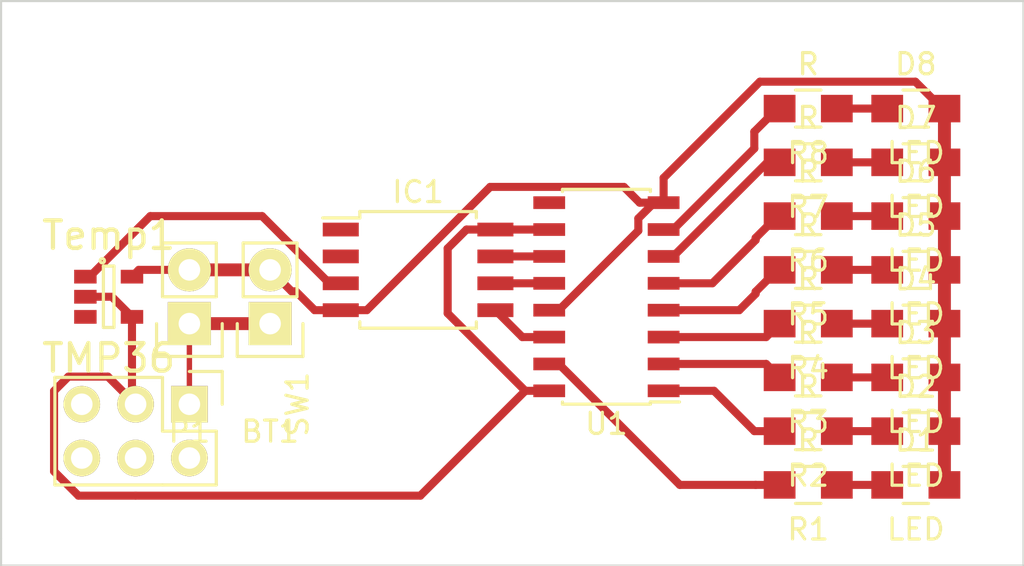
<source format=kicad_pcb>
(kicad_pcb (version 4) (host pcbnew "(2015-12-07 BZR 6352)-product")

  (general
    (links 40)
    (no_connects 0)
    (area -0.050001 -26.720001 48.310001 0.050001)
    (thickness 1.6)
    (drawings 5)
    (tracks 112)
    (zones 0)
    (modules 22)
    (nets 30)
  )

  (page A4)
  (layers
    (0 F.Cu signal)
    (31 B.Cu signal)
    (32 B.Adhes user)
    (33 F.Adhes user)
    (34 B.Paste user)
    (35 F.Paste user)
    (36 B.SilkS user)
    (37 F.SilkS user)
    (38 B.Mask user)
    (39 F.Mask user)
    (40 Dwgs.User user)
    (41 Cmts.User user)
    (42 Eco1.User user)
    (43 Eco2.User user)
    (44 Edge.Cuts user)
    (45 Margin user)
    (46 B.CrtYd user)
    (47 F.CrtYd user)
    (48 B.Fab user)
    (49 F.Fab user)
  )

  (setup
    (last_trace_width 0.381)
    (user_trace_width 0.2032)
    (user_trace_width 0.3048)
    (user_trace_width 0.381)
    (user_trace_width 0.6096)
    (user_trace_width 1.27)
    (user_trace_width 2.54)
    (trace_clearance 0.254)
    (zone_clearance 0.508)
    (zone_45_only no)
    (trace_min 0)
    (segment_width 0.2)
    (edge_width 0.1)
    (via_size 0.889)
    (via_drill 0.635)
    (via_min_size 0.889)
    (via_min_drill 0.508)
    (uvia_size 0.508)
    (uvia_drill 0.127)
    (uvias_allowed no)
    (uvia_min_size 0.508)
    (uvia_min_drill 0.127)
    (pcb_text_width 0.3)
    (pcb_text_size 1.5 1.5)
    (mod_edge_width 0.15)
    (mod_text_size 1 1)
    (mod_text_width 0.15)
    (pad_size 1.5 1.5)
    (pad_drill 0.6)
    (pad_to_mask_clearance 0)
    (aux_axis_origin 0 0)
    (grid_origin 24.13 -7.112)
    (visible_elements FFFFFF7F)
    (pcbplotparams
      (layerselection 0x01000_00000001)
      (usegerberextensions false)
      (excludeedgelayer true)
      (linewidth 0.100000)
      (plotframeref false)
      (viasonmask false)
      (mode 1)
      (useauxorigin false)
      (hpglpennumber 1)
      (hpglpenspeed 20)
      (hpglpendiameter 15)
      (hpglpenoverlay 2)
      (psnegative false)
      (psa4output false)
      (plotreference false)
      (plotvalue false)
      (plotinvisibletext false)
      (padsonsilk false)
      (subtractmaskfromsilk false)
      (outputformat 1)
      (mirror false)
      (drillshape 0)
      (scaleselection 1)
      (outputdirectory ""))
  )

  (net 0 "")
  (net 1 GND)
  (net 2 VCC)
  (net 3 "Net-(IC1-Pad1)")
  (net 4 "Net-(IC1-Pad2)")
  (net 5 "Net-(IC1-Pad3)")
  (net 6 "Net-(IC1-Pad5)")
  (net 7 "Net-(IC1-Pad6)")
  (net 8 "Net-(IC1-Pad7)")
  (net 9 "Net-(R1-Pad2)")
  (net 10 "Net-(R2-Pad2)")
  (net 11 "Net-(R3-Pad2)")
  (net 12 "Net-(R4-Pad2)")
  (net 13 "Net-(R5-Pad2)")
  (net 14 "Net-(R6-Pad2)")
  (net 15 "Net-(R7-Pad2)")
  (net 16 "Net-(U1-Pad9)")
  (net 17 "Net-(D1-Pad1)")
  (net 18 "Net-(D2-Pad1)")
  (net 19 "Net-(D3-Pad1)")
  (net 20 "Net-(D4-Pad1)")
  (net 21 "Net-(D5-Pad1)")
  (net 22 "Net-(D6-Pad1)")
  (net 23 "Net-(D7-Pad1)")
  (net 24 "Net-(D8-Pad1)")
  (net 25 "Net-(R8-Pad2)")
  (net 26 "Net-(Temp1-Pad3)")
  (net 27 "Net-(BT1-Pad1)")
  (net 28 "Net-(SW1-Pad4)")
  (net 29 "Net-(SW1-Pad2)")

  (net_class Default "This is the default net class."
    (clearance 0.254)
    (trace_width 0.254)
    (via_dia 0.889)
    (via_drill 0.635)
    (uvia_dia 0.508)
    (uvia_drill 0.127)
    (add_net GND)
    (add_net "Net-(BT1-Pad1)")
    (add_net "Net-(D1-Pad1)")
    (add_net "Net-(D2-Pad1)")
    (add_net "Net-(D3-Pad1)")
    (add_net "Net-(D4-Pad1)")
    (add_net "Net-(D5-Pad1)")
    (add_net "Net-(D6-Pad1)")
    (add_net "Net-(D7-Pad1)")
    (add_net "Net-(D8-Pad1)")
    (add_net "Net-(IC1-Pad1)")
    (add_net "Net-(IC1-Pad2)")
    (add_net "Net-(IC1-Pad3)")
    (add_net "Net-(IC1-Pad5)")
    (add_net "Net-(IC1-Pad6)")
    (add_net "Net-(IC1-Pad7)")
    (add_net "Net-(R1-Pad2)")
    (add_net "Net-(R2-Pad2)")
    (add_net "Net-(R3-Pad2)")
    (add_net "Net-(R4-Pad2)")
    (add_net "Net-(R5-Pad2)")
    (add_net "Net-(R6-Pad2)")
    (add_net "Net-(R7-Pad2)")
    (add_net "Net-(R8-Pad2)")
    (add_net "Net-(SW1-Pad2)")
    (add_net "Net-(SW1-Pad4)")
    (add_net "Net-(Temp1-Pad3)")
    (add_net "Net-(U1-Pad9)")
    (add_net VCC)
  )

  (module Pin_Headers:Pin_Header_Straight_1x02 (layer F.Cu) (tedit 54EA090C) (tstamp 54F92B65)
    (at 8.89 -11.43 180)
    (descr "Through hole pin header")
    (tags "pin header")
    (path /54F92F96)
    (fp_text reference P1 (at 0 -5.1 180) (layer F.SilkS)
      (effects (font (size 1 1) (thickness 0.15)))
    )
    (fp_text value CONN_01X02 (at 0 -3.1 180) (layer F.SilkS) hide
      (effects (font (size 1 1) (thickness 0.15)))
    )
    (fp_line (start 1.27 1.27) (end 1.27 3.81) (layer F.SilkS) (width 0.15))
    (fp_line (start 1.55 -1.55) (end 1.55 0) (layer F.SilkS) (width 0.15))
    (fp_line (start -1.75 -1.75) (end -1.75 4.3) (layer F.CrtYd) (width 0.05))
    (fp_line (start 1.75 -1.75) (end 1.75 4.3) (layer F.CrtYd) (width 0.05))
    (fp_line (start -1.75 -1.75) (end 1.75 -1.75) (layer F.CrtYd) (width 0.05))
    (fp_line (start -1.75 4.3) (end 1.75 4.3) (layer F.CrtYd) (width 0.05))
    (fp_line (start 1.27 1.27) (end -1.27 1.27) (layer F.SilkS) (width 0.15))
    (fp_line (start -1.55 0) (end -1.55 -1.55) (layer F.SilkS) (width 0.15))
    (fp_line (start -1.55 -1.55) (end 1.55 -1.55) (layer F.SilkS) (width 0.15))
    (fp_line (start -1.27 1.27) (end -1.27 3.81) (layer F.SilkS) (width 0.15))
    (fp_line (start -1.27 3.81) (end 1.27 3.81) (layer F.SilkS) (width 0.15))
    (pad 1 thru_hole rect (at 0 0 180) (size 2.032 2.032) (drill 1.016) (layers *.Cu *.Mask F.SilkS)
      (net 27 "Net-(BT1-Pad1)"))
    (pad 2 thru_hole oval (at 0 2.54 180) (size 2.032 2.032) (drill 1.016) (layers *.Cu *.Mask F.SilkS)
      (net 1 GND))
    (model Pin_Headers/Pin_Header_Straight_1x02.wrl
      (at (xyz 0 -0.05 0))
      (scale (xyz 1 1 1))
      (rotate (xyz 0 0 90))
    )
  )

  (module Housings_SOT-23_SOT-143_TSOT-6:SOT-23-5 (layer F.Cu) (tedit 53DE885F) (tstamp 54FE51B4)
    (at 5.08 -12.7)
    (descr "5-pin SOT23 package")
    (tags SOT-23-5)
    (path /54FE92E6)
    (attr smd)
    (fp_text reference Temp1 (at 0 -2.9) (layer F.SilkS)
      (effects (font (size 1.3 1.3) (thickness 0.2)))
    )
    (fp_text value TMP36 (at 0 2.9) (layer F.SilkS)
      (effects (font (size 1.3 1.3) (thickness 0.2)))
    )
    (fp_circle (center -0.3 -1.7) (end -0.2 -1.7) (layer F.SilkS) (width 0.15))
    (fp_line (start 0.25 -1.45) (end -0.25 -1.45) (layer F.SilkS) (width 0.15))
    (fp_line (start 0.25 1.45) (end 0.25 -1.45) (layer F.SilkS) (width 0.15))
    (fp_line (start -0.25 1.45) (end 0.25 1.45) (layer F.SilkS) (width 0.15))
    (fp_line (start -0.25 -1.45) (end -0.25 1.45) (layer F.SilkS) (width 0.15))
    (pad 1 smd rect (at -1.1 -0.95) (size 1.06 0.65) (layers F.Cu F.Paste F.Mask)
      (net 5 "Net-(IC1-Pad3)"))
    (pad 2 smd rect (at -1.1 0) (size 1.06 0.65) (layers F.Cu F.Paste F.Mask)
      (net 2 VCC))
    (pad 3 smd rect (at -1.1 0.95) (size 1.06 0.65) (layers F.Cu F.Paste F.Mask)
      (net 26 "Net-(Temp1-Pad3)"))
    (pad 4 smd rect (at 1.1 0.95) (size 1.06 0.65) (layers F.Cu F.Paste F.Mask)
      (net 2 VCC))
    (pad 5 smd rect (at 1.1 -0.95) (size 1.06 0.65) (layers F.Cu F.Paste F.Mask)
      (net 1 GND))
    (model Housings_SOT-23_SOT-143_TSOT-6/SOT-23-5.wrl
      (at (xyz 0 0 0))
      (scale (xyz 1 1 1))
      (rotate (xyz 0 0 0))
    )
  )

  (module Pin_Headers:Pin_Header_Straight_1x02 (layer F.Cu) (tedit 54EA090C) (tstamp 54FE51FC)
    (at 12.7 -11.43 180)
    (descr "Through hole pin header")
    (tags "pin header")
    (path /54F92275)
    (fp_text reference BT1 (at 0 -5.1 180) (layer F.SilkS)
      (effects (font (size 1 1) (thickness 0.15)))
    )
    (fp_text value BATTERY (at 0 -3.1 180) (layer F.SilkS) hide
      (effects (font (size 1 1) (thickness 0.15)))
    )
    (fp_line (start 1.27 1.27) (end 1.27 3.81) (layer F.SilkS) (width 0.15))
    (fp_line (start 1.55 -1.55) (end 1.55 0) (layer F.SilkS) (width 0.15))
    (fp_line (start -1.75 -1.75) (end -1.75 4.3) (layer F.CrtYd) (width 0.05))
    (fp_line (start 1.75 -1.75) (end 1.75 4.3) (layer F.CrtYd) (width 0.05))
    (fp_line (start -1.75 -1.75) (end 1.75 -1.75) (layer F.CrtYd) (width 0.05))
    (fp_line (start -1.75 4.3) (end 1.75 4.3) (layer F.CrtYd) (width 0.05))
    (fp_line (start 1.27 1.27) (end -1.27 1.27) (layer F.SilkS) (width 0.15))
    (fp_line (start -1.55 0) (end -1.55 -1.55) (layer F.SilkS) (width 0.15))
    (fp_line (start -1.55 -1.55) (end 1.55 -1.55) (layer F.SilkS) (width 0.15))
    (fp_line (start -1.27 1.27) (end -1.27 3.81) (layer F.SilkS) (width 0.15))
    (fp_line (start -1.27 3.81) (end 1.27 3.81) (layer F.SilkS) (width 0.15))
    (pad 1 thru_hole rect (at 0 0 180) (size 2.032 2.032) (drill 1.016) (layers *.Cu *.Mask F.SilkS)
      (net 27 "Net-(BT1-Pad1)"))
    (pad 2 thru_hole oval (at 0 2.54 180) (size 2.032 2.032) (drill 1.016) (layers *.Cu *.Mask F.SilkS)
      (net 1 GND))
    (model Pin_Headers/Pin_Header_Straight_1x02.wrl
      (at (xyz 0 -0.05 0))
      (scale (xyz 1 1 1))
      (rotate (xyz 0 0 90))
    )
  )

  (module Resistors_SMD:R_0805_HandSoldering (layer F.Cu) (tedit 54189DEE) (tstamp 54FFA7D5)
    (at 43.18 -3.81)
    (descr "Resistor SMD 0805, hand soldering")
    (tags "resistor 0805")
    (path /54FE575E)
    (attr smd)
    (fp_text reference D1 (at 0 -2.1) (layer F.SilkS)
      (effects (font (size 1 1) (thickness 0.15)))
    )
    (fp_text value LED (at 0 2.1) (layer F.SilkS)
      (effects (font (size 1 1) (thickness 0.15)))
    )
    (fp_line (start -2.4 -1) (end 2.4 -1) (layer F.CrtYd) (width 0.05))
    (fp_line (start -2.4 1) (end 2.4 1) (layer F.CrtYd) (width 0.05))
    (fp_line (start -2.4 -1) (end -2.4 1) (layer F.CrtYd) (width 0.05))
    (fp_line (start 2.4 -1) (end 2.4 1) (layer F.CrtYd) (width 0.05))
    (fp_line (start 0.6 0.875) (end -0.6 0.875) (layer F.SilkS) (width 0.15))
    (fp_line (start -0.6 -0.875) (end 0.6 -0.875) (layer F.SilkS) (width 0.15))
    (pad 1 smd rect (at -1.35 0) (size 1.5 1.3) (layers F.Cu F.Paste F.Mask)
      (net 17 "Net-(D1-Pad1)"))
    (pad 2 smd rect (at 1.35 0) (size 1.5 1.3) (layers F.Cu F.Paste F.Mask)
      (net 1 GND))
    (model Resistors_SMD/R_0805_HandSoldering.wrl
      (at (xyz 0 0 0))
      (scale (xyz 1 1 1))
      (rotate (xyz 0 0 0))
    )
  )

  (module Resistors_SMD:R_0805_HandSoldering (layer F.Cu) (tedit 54189DEE) (tstamp 54FFA7CE)
    (at 43.18 -6.35)
    (descr "Resistor SMD 0805, hand soldering")
    (tags "resistor 0805")
    (path /54FE57DB)
    (attr smd)
    (fp_text reference D2 (at 0 -2.1) (layer F.SilkS)
      (effects (font (size 1 1) (thickness 0.15)))
    )
    (fp_text value LED (at 0 2.1) (layer F.SilkS)
      (effects (font (size 1 1) (thickness 0.15)))
    )
    (fp_line (start -2.4 -1) (end 2.4 -1) (layer F.CrtYd) (width 0.05))
    (fp_line (start -2.4 1) (end 2.4 1) (layer F.CrtYd) (width 0.05))
    (fp_line (start -2.4 -1) (end -2.4 1) (layer F.CrtYd) (width 0.05))
    (fp_line (start 2.4 -1) (end 2.4 1) (layer F.CrtYd) (width 0.05))
    (fp_line (start 0.6 0.875) (end -0.6 0.875) (layer F.SilkS) (width 0.15))
    (fp_line (start -0.6 -0.875) (end 0.6 -0.875) (layer F.SilkS) (width 0.15))
    (pad 1 smd rect (at -1.35 0) (size 1.5 1.3) (layers F.Cu F.Paste F.Mask)
      (net 18 "Net-(D2-Pad1)"))
    (pad 2 smd rect (at 1.35 0) (size 1.5 1.3) (layers F.Cu F.Paste F.Mask)
      (net 1 GND))
    (model Resistors_SMD/R_0805_HandSoldering.wrl
      (at (xyz 0 0 0))
      (scale (xyz 1 1 1))
      (rotate (xyz 0 0 0))
    )
  )

  (module Resistors_SMD:R_0805_HandSoldering (layer F.Cu) (tedit 54189DEE) (tstamp 54FFA7C7)
    (at 43.18 -8.89)
    (descr "Resistor SMD 0805, hand soldering")
    (tags "resistor 0805")
    (path /54FE580F)
    (attr smd)
    (fp_text reference D3 (at 0 -2.1) (layer F.SilkS)
      (effects (font (size 1 1) (thickness 0.15)))
    )
    (fp_text value LED (at 0 2.1) (layer F.SilkS)
      (effects (font (size 1 1) (thickness 0.15)))
    )
    (fp_line (start -2.4 -1) (end 2.4 -1) (layer F.CrtYd) (width 0.05))
    (fp_line (start -2.4 1) (end 2.4 1) (layer F.CrtYd) (width 0.05))
    (fp_line (start -2.4 -1) (end -2.4 1) (layer F.CrtYd) (width 0.05))
    (fp_line (start 2.4 -1) (end 2.4 1) (layer F.CrtYd) (width 0.05))
    (fp_line (start 0.6 0.875) (end -0.6 0.875) (layer F.SilkS) (width 0.15))
    (fp_line (start -0.6 -0.875) (end 0.6 -0.875) (layer F.SilkS) (width 0.15))
    (pad 1 smd rect (at -1.35 0) (size 1.5 1.3) (layers F.Cu F.Paste F.Mask)
      (net 19 "Net-(D3-Pad1)"))
    (pad 2 smd rect (at 1.35 0) (size 1.5 1.3) (layers F.Cu F.Paste F.Mask)
      (net 1 GND))
    (model Resistors_SMD/R_0805_HandSoldering.wrl
      (at (xyz 0 0 0))
      (scale (xyz 1 1 1))
      (rotate (xyz 0 0 0))
    )
  )

  (module Resistors_SMD:R_0805_HandSoldering (layer F.Cu) (tedit 54189DEE) (tstamp 54FFA7C0)
    (at 43.18 -11.43)
    (descr "Resistor SMD 0805, hand soldering")
    (tags "resistor 0805")
    (path /54FE5875)
    (attr smd)
    (fp_text reference D4 (at 0 -2.1) (layer F.SilkS)
      (effects (font (size 1 1) (thickness 0.15)))
    )
    (fp_text value LED (at 0 2.1) (layer F.SilkS)
      (effects (font (size 1 1) (thickness 0.15)))
    )
    (fp_line (start -2.4 -1) (end 2.4 -1) (layer F.CrtYd) (width 0.05))
    (fp_line (start -2.4 1) (end 2.4 1) (layer F.CrtYd) (width 0.05))
    (fp_line (start -2.4 -1) (end -2.4 1) (layer F.CrtYd) (width 0.05))
    (fp_line (start 2.4 -1) (end 2.4 1) (layer F.CrtYd) (width 0.05))
    (fp_line (start 0.6 0.875) (end -0.6 0.875) (layer F.SilkS) (width 0.15))
    (fp_line (start -0.6 -0.875) (end 0.6 -0.875) (layer F.SilkS) (width 0.15))
    (pad 1 smd rect (at -1.35 0) (size 1.5 1.3) (layers F.Cu F.Paste F.Mask)
      (net 20 "Net-(D4-Pad1)"))
    (pad 2 smd rect (at 1.35 0) (size 1.5 1.3) (layers F.Cu F.Paste F.Mask)
      (net 1 GND))
    (model Resistors_SMD/R_0805_HandSoldering.wrl
      (at (xyz 0 0 0))
      (scale (xyz 1 1 1))
      (rotate (xyz 0 0 0))
    )
  )

  (module Resistors_SMD:R_0805_HandSoldering (layer F.Cu) (tedit 54189DEE) (tstamp 54FFA7B9)
    (at 43.18 -13.97)
    (descr "Resistor SMD 0805, hand soldering")
    (tags "resistor 0805")
    (path /54FE58A9)
    (attr smd)
    (fp_text reference D5 (at 0 -2.1) (layer F.SilkS)
      (effects (font (size 1 1) (thickness 0.15)))
    )
    (fp_text value LED (at 0 2.1) (layer F.SilkS)
      (effects (font (size 1 1) (thickness 0.15)))
    )
    (fp_line (start -2.4 -1) (end 2.4 -1) (layer F.CrtYd) (width 0.05))
    (fp_line (start -2.4 1) (end 2.4 1) (layer F.CrtYd) (width 0.05))
    (fp_line (start -2.4 -1) (end -2.4 1) (layer F.CrtYd) (width 0.05))
    (fp_line (start 2.4 -1) (end 2.4 1) (layer F.CrtYd) (width 0.05))
    (fp_line (start 0.6 0.875) (end -0.6 0.875) (layer F.SilkS) (width 0.15))
    (fp_line (start -0.6 -0.875) (end 0.6 -0.875) (layer F.SilkS) (width 0.15))
    (pad 1 smd rect (at -1.35 0) (size 1.5 1.3) (layers F.Cu F.Paste F.Mask)
      (net 21 "Net-(D5-Pad1)"))
    (pad 2 smd rect (at 1.35 0) (size 1.5 1.3) (layers F.Cu F.Paste F.Mask)
      (net 1 GND))
    (model Resistors_SMD/R_0805_HandSoldering.wrl
      (at (xyz 0 0 0))
      (scale (xyz 1 1 1))
      (rotate (xyz 0 0 0))
    )
  )

  (module Resistors_SMD:R_0805_HandSoldering (layer F.Cu) (tedit 54189DEE) (tstamp 54FFA7B2)
    (at 43.18 -16.51)
    (descr "Resistor SMD 0805, hand soldering")
    (tags "resistor 0805")
    (path /54FE58DF)
    (attr smd)
    (fp_text reference D6 (at 0 -2.1) (layer F.SilkS)
      (effects (font (size 1 1) (thickness 0.15)))
    )
    (fp_text value LED (at 0 2.1) (layer F.SilkS)
      (effects (font (size 1 1) (thickness 0.15)))
    )
    (fp_line (start -2.4 -1) (end 2.4 -1) (layer F.CrtYd) (width 0.05))
    (fp_line (start -2.4 1) (end 2.4 1) (layer F.CrtYd) (width 0.05))
    (fp_line (start -2.4 -1) (end -2.4 1) (layer F.CrtYd) (width 0.05))
    (fp_line (start 2.4 -1) (end 2.4 1) (layer F.CrtYd) (width 0.05))
    (fp_line (start 0.6 0.875) (end -0.6 0.875) (layer F.SilkS) (width 0.15))
    (fp_line (start -0.6 -0.875) (end 0.6 -0.875) (layer F.SilkS) (width 0.15))
    (pad 1 smd rect (at -1.35 0) (size 1.5 1.3) (layers F.Cu F.Paste F.Mask)
      (net 22 "Net-(D6-Pad1)"))
    (pad 2 smd rect (at 1.35 0) (size 1.5 1.3) (layers F.Cu F.Paste F.Mask)
      (net 1 GND))
    (model Resistors_SMD/R_0805_HandSoldering.wrl
      (at (xyz 0 0 0))
      (scale (xyz 1 1 1))
      (rotate (xyz 0 0 0))
    )
  )

  (module Resistors_SMD:R_0805_HandSoldering (layer F.Cu) (tedit 54189DEE) (tstamp 54FFA7AB)
    (at 43.18 -19.05)
    (descr "Resistor SMD 0805, hand soldering")
    (tags "resistor 0805")
    (path /54FE591B)
    (attr smd)
    (fp_text reference D7 (at 0 -2.1) (layer F.SilkS)
      (effects (font (size 1 1) (thickness 0.15)))
    )
    (fp_text value LED (at 0 2.1) (layer F.SilkS)
      (effects (font (size 1 1) (thickness 0.15)))
    )
    (fp_line (start -2.4 -1) (end 2.4 -1) (layer F.CrtYd) (width 0.05))
    (fp_line (start -2.4 1) (end 2.4 1) (layer F.CrtYd) (width 0.05))
    (fp_line (start -2.4 -1) (end -2.4 1) (layer F.CrtYd) (width 0.05))
    (fp_line (start 2.4 -1) (end 2.4 1) (layer F.CrtYd) (width 0.05))
    (fp_line (start 0.6 0.875) (end -0.6 0.875) (layer F.SilkS) (width 0.15))
    (fp_line (start -0.6 -0.875) (end 0.6 -0.875) (layer F.SilkS) (width 0.15))
    (pad 1 smd rect (at -1.35 0) (size 1.5 1.3) (layers F.Cu F.Paste F.Mask)
      (net 23 "Net-(D7-Pad1)"))
    (pad 2 smd rect (at 1.35 0) (size 1.5 1.3) (layers F.Cu F.Paste F.Mask)
      (net 1 GND))
    (model Resistors_SMD/R_0805_HandSoldering.wrl
      (at (xyz 0 0 0))
      (scale (xyz 1 1 1))
      (rotate (xyz 0 0 0))
    )
  )

  (module Resistors_SMD:R_0805_HandSoldering (layer F.Cu) (tedit 54189DEE) (tstamp 54FFA7A4)
    (at 43.18 -21.59)
    (descr "Resistor SMD 0805, hand soldering")
    (tags "resistor 0805")
    (path /54FE5955)
    (attr smd)
    (fp_text reference D8 (at 0 -2.1) (layer F.SilkS)
      (effects (font (size 1 1) (thickness 0.15)))
    )
    (fp_text value LED (at 0 2.1) (layer F.SilkS)
      (effects (font (size 1 1) (thickness 0.15)))
    )
    (fp_line (start -2.4 -1) (end 2.4 -1) (layer F.CrtYd) (width 0.05))
    (fp_line (start -2.4 1) (end 2.4 1) (layer F.CrtYd) (width 0.05))
    (fp_line (start -2.4 -1) (end -2.4 1) (layer F.CrtYd) (width 0.05))
    (fp_line (start 2.4 -1) (end 2.4 1) (layer F.CrtYd) (width 0.05))
    (fp_line (start 0.6 0.875) (end -0.6 0.875) (layer F.SilkS) (width 0.15))
    (fp_line (start -0.6 -0.875) (end 0.6 -0.875) (layer F.SilkS) (width 0.15))
    (pad 1 smd rect (at -1.35 0) (size 1.5 1.3) (layers F.Cu F.Paste F.Mask)
      (net 24 "Net-(D8-Pad1)"))
    (pad 2 smd rect (at 1.35 0) (size 1.5 1.3) (layers F.Cu F.Paste F.Mask)
      (net 1 GND))
    (model Resistors_SMD/R_0805_HandSoldering.wrl
      (at (xyz 0 0 0))
      (scale (xyz 1 1 1))
      (rotate (xyz 0 0 0))
    )
  )

  (module Resistors_SMD:R_0805_HandSoldering (layer F.Cu) (tedit 54189DEE) (tstamp 54FFA79D)
    (at 38.1 -3.81 180)
    (descr "Resistor SMD 0805, hand soldering")
    (tags "resistor 0805")
    (path /54F9325F)
    (attr smd)
    (fp_text reference R1 (at 0 -2.1 180) (layer F.SilkS)
      (effects (font (size 1 1) (thickness 0.15)))
    )
    (fp_text value R (at 0 2.1 180) (layer F.SilkS)
      (effects (font (size 1 1) (thickness 0.15)))
    )
    (fp_line (start -2.4 -1) (end 2.4 -1) (layer F.CrtYd) (width 0.05))
    (fp_line (start -2.4 1) (end 2.4 1) (layer F.CrtYd) (width 0.05))
    (fp_line (start -2.4 -1) (end -2.4 1) (layer F.CrtYd) (width 0.05))
    (fp_line (start 2.4 -1) (end 2.4 1) (layer F.CrtYd) (width 0.05))
    (fp_line (start 0.6 0.875) (end -0.6 0.875) (layer F.SilkS) (width 0.15))
    (fp_line (start -0.6 -0.875) (end 0.6 -0.875) (layer F.SilkS) (width 0.15))
    (pad 1 smd rect (at -1.35 0 180) (size 1.5 1.3) (layers F.Cu F.Paste F.Mask)
      (net 17 "Net-(D1-Pad1)"))
    (pad 2 smd rect (at 1.35 0 180) (size 1.5 1.3) (layers F.Cu F.Paste F.Mask)
      (net 9 "Net-(R1-Pad2)"))
    (model Resistors_SMD/R_0805_HandSoldering.wrl
      (at (xyz 0 0 0))
      (scale (xyz 1 1 1))
      (rotate (xyz 0 0 0))
    )
  )

  (module Resistors_SMD:R_0805_HandSoldering (layer F.Cu) (tedit 54189DEE) (tstamp 54FFA796)
    (at 38.1 -6.35 180)
    (descr "Resistor SMD 0805, hand soldering")
    (tags "resistor 0805")
    (path /54F9335C)
    (attr smd)
    (fp_text reference R2 (at 0 -2.1 180) (layer F.SilkS)
      (effects (font (size 1 1) (thickness 0.15)))
    )
    (fp_text value R (at 0 2.1 180) (layer F.SilkS)
      (effects (font (size 1 1) (thickness 0.15)))
    )
    (fp_line (start -2.4 -1) (end 2.4 -1) (layer F.CrtYd) (width 0.05))
    (fp_line (start -2.4 1) (end 2.4 1) (layer F.CrtYd) (width 0.05))
    (fp_line (start -2.4 -1) (end -2.4 1) (layer F.CrtYd) (width 0.05))
    (fp_line (start 2.4 -1) (end 2.4 1) (layer F.CrtYd) (width 0.05))
    (fp_line (start 0.6 0.875) (end -0.6 0.875) (layer F.SilkS) (width 0.15))
    (fp_line (start -0.6 -0.875) (end 0.6 -0.875) (layer F.SilkS) (width 0.15))
    (pad 1 smd rect (at -1.35 0 180) (size 1.5 1.3) (layers F.Cu F.Paste F.Mask)
      (net 18 "Net-(D2-Pad1)"))
    (pad 2 smd rect (at 1.35 0 180) (size 1.5 1.3) (layers F.Cu F.Paste F.Mask)
      (net 10 "Net-(R2-Pad2)"))
    (model Resistors_SMD/R_0805_HandSoldering.wrl
      (at (xyz 0 0 0))
      (scale (xyz 1 1 1))
      (rotate (xyz 0 0 0))
    )
  )

  (module Resistors_SMD:R_0805_HandSoldering (layer F.Cu) (tedit 54189DEE) (tstamp 54FFA78F)
    (at 38.1 -8.89 180)
    (descr "Resistor SMD 0805, hand soldering")
    (tags "resistor 0805")
    (path /54F93382)
    (attr smd)
    (fp_text reference R3 (at 0 -2.1 180) (layer F.SilkS)
      (effects (font (size 1 1) (thickness 0.15)))
    )
    (fp_text value R (at 0 2.1 180) (layer F.SilkS)
      (effects (font (size 1 1) (thickness 0.15)))
    )
    (fp_line (start -2.4 -1) (end 2.4 -1) (layer F.CrtYd) (width 0.05))
    (fp_line (start -2.4 1) (end 2.4 1) (layer F.CrtYd) (width 0.05))
    (fp_line (start -2.4 -1) (end -2.4 1) (layer F.CrtYd) (width 0.05))
    (fp_line (start 2.4 -1) (end 2.4 1) (layer F.CrtYd) (width 0.05))
    (fp_line (start 0.6 0.875) (end -0.6 0.875) (layer F.SilkS) (width 0.15))
    (fp_line (start -0.6 -0.875) (end 0.6 -0.875) (layer F.SilkS) (width 0.15))
    (pad 1 smd rect (at -1.35 0 180) (size 1.5 1.3) (layers F.Cu F.Paste F.Mask)
      (net 19 "Net-(D3-Pad1)"))
    (pad 2 smd rect (at 1.35 0 180) (size 1.5 1.3) (layers F.Cu F.Paste F.Mask)
      (net 11 "Net-(R3-Pad2)"))
    (model Resistors_SMD/R_0805_HandSoldering.wrl
      (at (xyz 0 0 0))
      (scale (xyz 1 1 1))
      (rotate (xyz 0 0 0))
    )
  )

  (module Resistors_SMD:R_0805_HandSoldering (layer F.Cu) (tedit 54189DEE) (tstamp 54FFA788)
    (at 38.1 -11.43 180)
    (descr "Resistor SMD 0805, hand soldering")
    (tags "resistor 0805")
    (path /54F933A6)
    (attr smd)
    (fp_text reference R4 (at 0 -2.1 180) (layer F.SilkS)
      (effects (font (size 1 1) (thickness 0.15)))
    )
    (fp_text value R (at 0 2.1 180) (layer F.SilkS)
      (effects (font (size 1 1) (thickness 0.15)))
    )
    (fp_line (start -2.4 -1) (end 2.4 -1) (layer F.CrtYd) (width 0.05))
    (fp_line (start -2.4 1) (end 2.4 1) (layer F.CrtYd) (width 0.05))
    (fp_line (start -2.4 -1) (end -2.4 1) (layer F.CrtYd) (width 0.05))
    (fp_line (start 2.4 -1) (end 2.4 1) (layer F.CrtYd) (width 0.05))
    (fp_line (start 0.6 0.875) (end -0.6 0.875) (layer F.SilkS) (width 0.15))
    (fp_line (start -0.6 -0.875) (end 0.6 -0.875) (layer F.SilkS) (width 0.15))
    (pad 1 smd rect (at -1.35 0 180) (size 1.5 1.3) (layers F.Cu F.Paste F.Mask)
      (net 20 "Net-(D4-Pad1)"))
    (pad 2 smd rect (at 1.35 0 180) (size 1.5 1.3) (layers F.Cu F.Paste F.Mask)
      (net 12 "Net-(R4-Pad2)"))
    (model Resistors_SMD/R_0805_HandSoldering.wrl
      (at (xyz 0 0 0))
      (scale (xyz 1 1 1))
      (rotate (xyz 0 0 0))
    )
  )

  (module Resistors_SMD:R_0805_HandSoldering (layer F.Cu) (tedit 54189DEE) (tstamp 54FFA781)
    (at 38.1 -13.97 180)
    (descr "Resistor SMD 0805, hand soldering")
    (tags "resistor 0805")
    (path /54F933D0)
    (attr smd)
    (fp_text reference R5 (at 0 -2.1 180) (layer F.SilkS)
      (effects (font (size 1 1) (thickness 0.15)))
    )
    (fp_text value R (at 0 2.1 180) (layer F.SilkS)
      (effects (font (size 1 1) (thickness 0.15)))
    )
    (fp_line (start -2.4 -1) (end 2.4 -1) (layer F.CrtYd) (width 0.05))
    (fp_line (start -2.4 1) (end 2.4 1) (layer F.CrtYd) (width 0.05))
    (fp_line (start -2.4 -1) (end -2.4 1) (layer F.CrtYd) (width 0.05))
    (fp_line (start 2.4 -1) (end 2.4 1) (layer F.CrtYd) (width 0.05))
    (fp_line (start 0.6 0.875) (end -0.6 0.875) (layer F.SilkS) (width 0.15))
    (fp_line (start -0.6 -0.875) (end 0.6 -0.875) (layer F.SilkS) (width 0.15))
    (pad 1 smd rect (at -1.35 0 180) (size 1.5 1.3) (layers F.Cu F.Paste F.Mask)
      (net 21 "Net-(D5-Pad1)"))
    (pad 2 smd rect (at 1.35 0 180) (size 1.5 1.3) (layers F.Cu F.Paste F.Mask)
      (net 13 "Net-(R5-Pad2)"))
    (model Resistors_SMD/R_0805_HandSoldering.wrl
      (at (xyz 0 0 0))
      (scale (xyz 1 1 1))
      (rotate (xyz 0 0 0))
    )
  )

  (module Resistors_SMD:R_0805_HandSoldering (layer F.Cu) (tedit 54189DEE) (tstamp 54FFA77A)
    (at 38.1 -16.51 180)
    (descr "Resistor SMD 0805, hand soldering")
    (tags "resistor 0805")
    (path /54F93403)
    (attr smd)
    (fp_text reference R6 (at 0 -2.1 180) (layer F.SilkS)
      (effects (font (size 1 1) (thickness 0.15)))
    )
    (fp_text value R (at 0 2.1 180) (layer F.SilkS)
      (effects (font (size 1 1) (thickness 0.15)))
    )
    (fp_line (start -2.4 -1) (end 2.4 -1) (layer F.CrtYd) (width 0.05))
    (fp_line (start -2.4 1) (end 2.4 1) (layer F.CrtYd) (width 0.05))
    (fp_line (start -2.4 -1) (end -2.4 1) (layer F.CrtYd) (width 0.05))
    (fp_line (start 2.4 -1) (end 2.4 1) (layer F.CrtYd) (width 0.05))
    (fp_line (start 0.6 0.875) (end -0.6 0.875) (layer F.SilkS) (width 0.15))
    (fp_line (start -0.6 -0.875) (end 0.6 -0.875) (layer F.SilkS) (width 0.15))
    (pad 1 smd rect (at -1.35 0 180) (size 1.5 1.3) (layers F.Cu F.Paste F.Mask)
      (net 22 "Net-(D6-Pad1)"))
    (pad 2 smd rect (at 1.35 0 180) (size 1.5 1.3) (layers F.Cu F.Paste F.Mask)
      (net 14 "Net-(R6-Pad2)"))
    (model Resistors_SMD/R_0805_HandSoldering.wrl
      (at (xyz 0 0 0))
      (scale (xyz 1 1 1))
      (rotate (xyz 0 0 0))
    )
  )

  (module Resistors_SMD:R_0805_HandSoldering (layer F.Cu) (tedit 54189DEE) (tstamp 54FFA773)
    (at 38.1 -19.05 180)
    (descr "Resistor SMD 0805, hand soldering")
    (tags "resistor 0805")
    (path /54F9342D)
    (attr smd)
    (fp_text reference R7 (at 0 -2.1 180) (layer F.SilkS)
      (effects (font (size 1 1) (thickness 0.15)))
    )
    (fp_text value R (at 0 2.1 180) (layer F.SilkS)
      (effects (font (size 1 1) (thickness 0.15)))
    )
    (fp_line (start -2.4 -1) (end 2.4 -1) (layer F.CrtYd) (width 0.05))
    (fp_line (start -2.4 1) (end 2.4 1) (layer F.CrtYd) (width 0.05))
    (fp_line (start -2.4 -1) (end -2.4 1) (layer F.CrtYd) (width 0.05))
    (fp_line (start 2.4 -1) (end 2.4 1) (layer F.CrtYd) (width 0.05))
    (fp_line (start 0.6 0.875) (end -0.6 0.875) (layer F.SilkS) (width 0.15))
    (fp_line (start -0.6 -0.875) (end 0.6 -0.875) (layer F.SilkS) (width 0.15))
    (pad 1 smd rect (at -1.35 0 180) (size 1.5 1.3) (layers F.Cu F.Paste F.Mask)
      (net 23 "Net-(D7-Pad1)"))
    (pad 2 smd rect (at 1.35 0 180) (size 1.5 1.3) (layers F.Cu F.Paste F.Mask)
      (net 15 "Net-(R7-Pad2)"))
    (model Resistors_SMD/R_0805_HandSoldering.wrl
      (at (xyz 0 0 0))
      (scale (xyz 1 1 1))
      (rotate (xyz 0 0 0))
    )
  )

  (module Resistors_SMD:R_0805_HandSoldering (layer F.Cu) (tedit 54189DEE) (tstamp 54FFA76C)
    (at 38.1 -21.59 180)
    (descr "Resistor SMD 0805, hand soldering")
    (tags "resistor 0805")
    (path /54FE56B5)
    (attr smd)
    (fp_text reference R8 (at 0 -2.1 180) (layer F.SilkS)
      (effects (font (size 1 1) (thickness 0.15)))
    )
    (fp_text value R (at 0 2.1 180) (layer F.SilkS)
      (effects (font (size 1 1) (thickness 0.15)))
    )
    (fp_line (start -2.4 -1) (end 2.4 -1) (layer F.CrtYd) (width 0.05))
    (fp_line (start -2.4 1) (end 2.4 1) (layer F.CrtYd) (width 0.05))
    (fp_line (start -2.4 -1) (end -2.4 1) (layer F.CrtYd) (width 0.05))
    (fp_line (start 2.4 -1) (end 2.4 1) (layer F.CrtYd) (width 0.05))
    (fp_line (start 0.6 0.875) (end -0.6 0.875) (layer F.SilkS) (width 0.15))
    (fp_line (start -0.6 -0.875) (end 0.6 -0.875) (layer F.SilkS) (width 0.15))
    (pad 1 smd rect (at -1.35 0 180) (size 1.5 1.3) (layers F.Cu F.Paste F.Mask)
      (net 24 "Net-(D8-Pad1)"))
    (pad 2 smd rect (at 1.35 0 180) (size 1.5 1.3) (layers F.Cu F.Paste F.Mask)
      (net 25 "Net-(R8-Pad2)"))
    (model Resistors_SMD/R_0805_HandSoldering.wrl
      (at (xyz 0 0 0))
      (scale (xyz 1 1 1))
      (rotate (xyz 0 0 0))
    )
  )

  (module Pin_Headers:Pin_Header_Straight_2x03 (layer F.Cu) (tedit 54EA0A4B) (tstamp 555F9A64)
    (at 8.89 -7.62 270)
    (descr "Through hole pin header")
    (tags "pin header")
    (path /55046211)
    (fp_text reference SW1 (at 0 -5.1 270) (layer F.SilkS)
      (effects (font (size 1 1) (thickness 0.15)))
    )
    (fp_text value Switch_DPST (at 0 -3.1 270) (layer F.Fab)
      (effects (font (size 1 1) (thickness 0.15)))
    )
    (fp_line (start -1.27 1.27) (end -1.27 6.35) (layer F.SilkS) (width 0.15))
    (fp_line (start -1.55 -1.55) (end 0 -1.55) (layer F.SilkS) (width 0.15))
    (fp_line (start -1.75 -1.75) (end -1.75 6.85) (layer F.CrtYd) (width 0.05))
    (fp_line (start 4.3 -1.75) (end 4.3 6.85) (layer F.CrtYd) (width 0.05))
    (fp_line (start -1.75 -1.75) (end 4.3 -1.75) (layer F.CrtYd) (width 0.05))
    (fp_line (start -1.75 6.85) (end 4.3 6.85) (layer F.CrtYd) (width 0.05))
    (fp_line (start 1.27 -1.27) (end 1.27 1.27) (layer F.SilkS) (width 0.15))
    (fp_line (start 1.27 1.27) (end -1.27 1.27) (layer F.SilkS) (width 0.15))
    (fp_line (start -1.27 6.35) (end 3.81 6.35) (layer F.SilkS) (width 0.15))
    (fp_line (start 3.81 6.35) (end 3.81 1.27) (layer F.SilkS) (width 0.15))
    (fp_line (start -1.55 -1.55) (end -1.55 0) (layer F.SilkS) (width 0.15))
    (fp_line (start 3.81 -1.27) (end 1.27 -1.27) (layer F.SilkS) (width 0.15))
    (fp_line (start 3.81 1.27) (end 3.81 -1.27) (layer F.SilkS) (width 0.15))
    (pad 1 thru_hole rect (at 0 0 270) (size 1.7272 1.7272) (drill 1.016) (layers *.Cu *.Mask F.SilkS)
      (net 27 "Net-(BT1-Pad1)"))
    (pad 2 thru_hole oval (at 2.54 0 270) (size 1.7272 1.7272) (drill 1.016) (layers *.Cu *.Mask F.SilkS)
      (net 29 "Net-(SW1-Pad2)"))
    (pad 3 thru_hole oval (at 0 2.54 270) (size 1.7272 1.7272) (drill 1.016) (layers *.Cu *.Mask F.SilkS)
      (net 2 VCC))
    (pad 4 thru_hole oval (at 2.54 2.54 270) (size 1.7272 1.7272) (drill 1.016) (layers *.Cu *.Mask F.SilkS)
      (net 28 "Net-(SW1-Pad4)"))
    (pad 5 thru_hole oval (at 0 5.08 270) (size 1.7272 1.7272) (drill 1.016) (layers *.Cu *.Mask F.SilkS))
    (pad 6 thru_hole oval (at 2.54 5.08 270) (size 1.7272 1.7272) (drill 1.016) (layers *.Cu *.Mask F.SilkS))
    (model Pin_Headers.3dshapes/Pin_Header_Straight_2x03.wrl
      (at (xyz 0.05 -0.1 0))
      (scale (xyz 1 1 1))
      (rotate (xyz 0 0 90))
    )
  )

  (module Housings_SOIC:SOIC-16_3.9x9.9mm_Pitch1.27mm (layer F.Cu) (tedit 54130A77) (tstamp 55635C52)
    (at 28.575 -12.7 180)
    (descr "16-Lead Plastic Small Outline (SL) - Narrow, 3.90 mm Body [SOIC] (see Microchip Packaging Specification 00000049BS.pdf)")
    (tags "SOIC 1.27")
    (path /54F92C44)
    (attr smd)
    (fp_text reference U1 (at 0 -6 180) (layer F.SilkS)
      (effects (font (size 1 1) (thickness 0.15)))
    )
    (fp_text value 74HC595 (at 0 6 180) (layer F.Fab)
      (effects (font (size 1 1) (thickness 0.15)))
    )
    (fp_line (start -3.7 -5.25) (end -3.7 5.25) (layer F.CrtYd) (width 0.05))
    (fp_line (start 3.7 -5.25) (end 3.7 5.25) (layer F.CrtYd) (width 0.05))
    (fp_line (start -3.7 -5.25) (end 3.7 -5.25) (layer F.CrtYd) (width 0.05))
    (fp_line (start -3.7 5.25) (end 3.7 5.25) (layer F.CrtYd) (width 0.05))
    (fp_line (start -2.075 -5.075) (end -2.075 -4.97) (layer F.SilkS) (width 0.15))
    (fp_line (start 2.075 -5.075) (end 2.075 -4.97) (layer F.SilkS) (width 0.15))
    (fp_line (start 2.075 5.075) (end 2.075 4.97) (layer F.SilkS) (width 0.15))
    (fp_line (start -2.075 5.075) (end -2.075 4.97) (layer F.SilkS) (width 0.15))
    (fp_line (start -2.075 -5.075) (end 2.075 -5.075) (layer F.SilkS) (width 0.15))
    (fp_line (start -2.075 5.075) (end 2.075 5.075) (layer F.SilkS) (width 0.15))
    (fp_line (start -2.075 -4.97) (end -3.45 -4.97) (layer F.SilkS) (width 0.15))
    (pad 1 smd rect (at -2.7 -4.445 180) (size 1.5 0.6) (layers F.Cu F.Paste F.Mask)
      (net 10 "Net-(R2-Pad2)"))
    (pad 2 smd rect (at -2.7 -3.175 180) (size 1.5 0.6) (layers F.Cu F.Paste F.Mask)
      (net 11 "Net-(R3-Pad2)"))
    (pad 3 smd rect (at -2.7 -1.905 180) (size 1.5 0.6) (layers F.Cu F.Paste F.Mask)
      (net 12 "Net-(R4-Pad2)"))
    (pad 4 smd rect (at -2.7 -0.635 180) (size 1.5 0.6) (layers F.Cu F.Paste F.Mask)
      (net 13 "Net-(R5-Pad2)"))
    (pad 5 smd rect (at -2.7 0.635 180) (size 1.5 0.6) (layers F.Cu F.Paste F.Mask)
      (net 14 "Net-(R6-Pad2)"))
    (pad 6 smd rect (at -2.7 1.905 180) (size 1.5 0.6) (layers F.Cu F.Paste F.Mask)
      (net 15 "Net-(R7-Pad2)"))
    (pad 7 smd rect (at -2.7 3.175 180) (size 1.5 0.6) (layers F.Cu F.Paste F.Mask)
      (net 25 "Net-(R8-Pad2)"))
    (pad 8 smd rect (at -2.7 4.445 180) (size 1.5 0.6) (layers F.Cu F.Paste F.Mask)
      (net 1 GND))
    (pad 9 smd rect (at 2.7 4.445 180) (size 1.5 0.6) (layers F.Cu F.Paste F.Mask)
      (net 16 "Net-(U1-Pad9)"))
    (pad 10 smd rect (at 2.7 3.175 180) (size 1.5 0.6) (layers F.Cu F.Paste F.Mask)
      (net 2 VCC))
    (pad 11 smd rect (at 2.7 1.905 180) (size 1.5 0.6) (layers F.Cu F.Paste F.Mask)
      (net 8 "Net-(IC1-Pad7)"))
    (pad 12 smd rect (at 2.7 0.635 180) (size 1.5 0.6) (layers F.Cu F.Paste F.Mask)
      (net 7 "Net-(IC1-Pad6)"))
    (pad 13 smd rect (at 2.7 -0.635 180) (size 1.5 0.6) (layers F.Cu F.Paste F.Mask)
      (net 1 GND))
    (pad 14 smd rect (at 2.7 -1.905 180) (size 1.5 0.6) (layers F.Cu F.Paste F.Mask)
      (net 6 "Net-(IC1-Pad5)"))
    (pad 15 smd rect (at 2.7 -3.175 180) (size 1.5 0.6) (layers F.Cu F.Paste F.Mask)
      (net 9 "Net-(R1-Pad2)"))
    (pad 16 smd rect (at 2.7 -4.445 180) (size 1.5 0.6) (layers F.Cu F.Paste F.Mask)
      (net 2 VCC))
    (model Housings_SOIC.3dshapes/SOIC-16_3.9x9.9mm_Pitch1.27mm.wrl
      (at (xyz 0 0 0))
      (scale (xyz 1 1 1))
      (rotate (xyz 0 0 0))
    )
  )

  (module Housings_SOIC:SOIJ-8_5.3x5.3mm_Pitch1.27mm (layer F.Cu) (tedit 54130A77) (tstamp 556366F3)
    (at 19.685 -13.97)
    (descr "8-Lead Plastic Small Outline (SM) - Medium, 5.28 mm Body [SOIC] (see Microchip Packaging Specification 00000049BS.pdf)")
    (tags "SOIC 1.27")
    (path /54F92312)
    (attr smd)
    (fp_text reference IC1 (at 0 -3.68) (layer F.SilkS)
      (effects (font (size 1 1) (thickness 0.15)))
    )
    (fp_text value ATTINY85-P (at 0 3.68) (layer F.Fab)
      (effects (font (size 1 1) (thickness 0.15)))
    )
    (fp_line (start -4.75 -2.95) (end -4.75 2.95) (layer F.CrtYd) (width 0.05))
    (fp_line (start 4.75 -2.95) (end 4.75 2.95) (layer F.CrtYd) (width 0.05))
    (fp_line (start -4.75 -2.95) (end 4.75 -2.95) (layer F.CrtYd) (width 0.05))
    (fp_line (start -4.75 2.95) (end 4.75 2.95) (layer F.CrtYd) (width 0.05))
    (fp_line (start -2.75 -2.755) (end -2.75 -2.455) (layer F.SilkS) (width 0.15))
    (fp_line (start 2.75 -2.755) (end 2.75 -2.455) (layer F.SilkS) (width 0.15))
    (fp_line (start 2.75 2.755) (end 2.75 2.455) (layer F.SilkS) (width 0.15))
    (fp_line (start -2.75 2.755) (end -2.75 2.455) (layer F.SilkS) (width 0.15))
    (fp_line (start -2.75 -2.755) (end 2.75 -2.755) (layer F.SilkS) (width 0.15))
    (fp_line (start -2.75 2.755) (end 2.75 2.755) (layer F.SilkS) (width 0.15))
    (fp_line (start -2.75 -2.455) (end -4.5 -2.455) (layer F.SilkS) (width 0.15))
    (pad 1 smd rect (at -3.65 -1.905) (size 1.7 0.65) (layers F.Cu F.Paste F.Mask)
      (net 3 "Net-(IC1-Pad1)"))
    (pad 2 smd rect (at -3.65 -0.635) (size 1.7 0.65) (layers F.Cu F.Paste F.Mask)
      (net 4 "Net-(IC1-Pad2)"))
    (pad 3 smd rect (at -3.65 0.635) (size 1.7 0.65) (layers F.Cu F.Paste F.Mask)
      (net 5 "Net-(IC1-Pad3)"))
    (pad 4 smd rect (at -3.65 1.905) (size 1.7 0.65) (layers F.Cu F.Paste F.Mask)
      (net 1 GND))
    (pad 5 smd rect (at 3.65 1.905) (size 1.7 0.65) (layers F.Cu F.Paste F.Mask)
      (net 6 "Net-(IC1-Pad5)"))
    (pad 6 smd rect (at 3.65 0.635) (size 1.7 0.65) (layers F.Cu F.Paste F.Mask)
      (net 7 "Net-(IC1-Pad6)"))
    (pad 7 smd rect (at 3.65 -0.635) (size 1.7 0.65) (layers F.Cu F.Paste F.Mask)
      (net 8 "Net-(IC1-Pad7)"))
    (pad 8 smd rect (at 3.65 -1.905) (size 1.7 0.65) (layers F.Cu F.Paste F.Mask)
      (net 2 VCC))
    (model Housings_SOIC.3dshapes/SOIJ-8_5.3x5.3mm_Pitch1.27mm.wrl
      (at (xyz 0 0 0))
      (scale (xyz 1 1 1))
      (rotate (xyz 0 0 0))
    )
  )

  (gr_line (start 0 0) (end 0 -1.27) (angle 90) (layer Edge.Cuts) (width 0.1))
  (gr_line (start 48.26 0) (end 0 0) (angle 90) (layer Edge.Cuts) (width 0.1))
  (gr_line (start 48.26 -26.67) (end 48.26 0) (angle 90) (layer Edge.Cuts) (width 0.1))
  (gr_line (start 0 -26.67) (end 48.26 -26.67) (angle 90) (layer Edge.Cuts) (width 0.1))
  (gr_line (start 0 -1.27) (end 0 -26.67) (angle 90) (layer Edge.Cuts) (width 0.1))

  (segment (start 8.89 -13.97) (end 6.5 -13.97) (width 0.381) (layer F.Cu) (net 1))
  (segment (start 6.5 -13.97) (end 6.18 -13.65) (width 0.381) (layer F.Cu) (net 1))
  (segment (start 16.035 -12.065) (end 14.804 -12.065) (width 0.381) (layer F.Cu) (net 1))
  (segment (start 14.804 -12.065) (end 13.914999 -12.954001) (width 0.381) (layer F.Cu) (net 1))
  (segment (start 13.914999 -12.954001) (end 13.715999 -12.954001) (width 0.381) (layer F.Cu) (net 1))
  (segment (start 13.715999 -12.954001) (end 12.7 -13.97) (width 0.381) (layer F.Cu) (net 1))
  (segment (start 23.08746 -17.889501) (end 17.262959 -12.065) (width 0.381) (layer F.Cu) (net 1))
  (segment (start 17.262959 -12.065) (end 16.035 -12.065) (width 0.381) (layer F.Cu) (net 1))
  (segment (start 29.399499 -17.889501) (end 23.08746 -17.889501) (width 0.381) (layer F.Cu) (net 1))
  (segment (start 30.144 -17.145) (end 29.399499 -17.889501) (width 0.381) (layer F.Cu) (net 1))
  (segment (start 31.275 -17.145) (end 30.144 -17.145) (width 0.381) (layer F.Cu) (net 1))
  (segment (start 25.875 -12.065) (end 26.325 -12.065) (width 0.381) (layer F.Cu) (net 1))
  (segment (start 30.080499 -15.820499) (end 30.080499 -16.400499) (width 0.381) (layer F.Cu) (net 1))
  (segment (start 26.325 -12.065) (end 30.080499 -15.820499) (width 0.381) (layer F.Cu) (net 1))
  (segment (start 30.080499 -16.400499) (end 30.825 -17.145) (width 0.381) (layer F.Cu) (net 1))
  (segment (start 30.825 -17.145) (end 31.275 -17.145) (width 0.381) (layer F.Cu) (net 1))
  (segment (start 35.819898 -22.86) (end 43.16 -22.86) (width 0.381) (layer F.Cu) (net 1))
  (segment (start 43.16 -22.86) (end 44.43 -21.59) (width 0.381) (layer F.Cu) (net 1))
  (segment (start 44.43 -21.59) (end 44.53 -21.59) (width 0.381) (layer F.Cu) (net 1))
  (segment (start 31.275 -18.315102) (end 35.819898 -22.86) (width 0.381) (layer F.Cu) (net 1))
  (segment (start 31.275 -17.145) (end 31.275 -18.315102) (width 0.381) (layer F.Cu) (net 1))
  (segment (start 44.59986 -19.05) (end 44.59986 -16.51) (width 0.254) (layer F.Cu) (net 1) (status 20))
  (segment (start 44.59986 -16.51) (end 44.59986 -13.97) (width 0.254) (layer F.Cu) (net 1) (tstamp 54FE5348) (status 20))
  (segment (start 44.59986 -13.97) (end 44.59986 -11.43) (width 0.254) (layer F.Cu) (net 1) (tstamp 54FE5349) (status 20))
  (segment (start 44.59986 -11.43) (end 44.59986 -8.89) (width 0.254) (layer F.Cu) (net 1) (tstamp 54FE534A) (status 20))
  (segment (start 44.59986 -8.89) (end 44.59986 -6.35) (width 0.254) (layer F.Cu) (net 1) (tstamp 54FE534B) (status 20))
  (segment (start 44.59986 -6.35) (end 44.59986 -3.81) (width 0.254) (layer F.Cu) (net 1) (tstamp 54FE534C) (status 20))
  (segment (start 44.59986 -21.59) (end 44.59986 -19.05) (width 0.254) (layer F.Cu) (net 1) (status 20))
  (segment (start 12.7 -13.97) (end 8.89 -13.97) (width 0.6096) (layer F.Cu) (net 1))
  (segment (start 44.53 -21.59) (end 44.53 -19.05) (width 0.6096) (layer F.Cu) (net 1))
  (segment (start 44.53 -6.35) (end 44.53 -3.81) (width 0.6096) (layer F.Cu) (net 1) (tstamp 54FFA912))
  (segment (start 44.53 -8.89) (end 44.53 -6.35) (width 0.6096) (layer F.Cu) (net 1) (tstamp 54FFA911))
  (segment (start 44.53 -11.43) (end 44.53 -8.89) (width 0.6096) (layer F.Cu) (net 1) (tstamp 54FFA910))
  (segment (start 44.53 -13.97) (end 44.53 -11.43) (width 0.6096) (layer F.Cu) (net 1) (tstamp 54FFA90F))
  (segment (start 44.53 -16.51) (end 44.53 -13.97) (width 0.6096) (layer F.Cu) (net 1) (tstamp 54FFA90E))
  (segment (start 44.53 -19.05) (end 44.53 -16.51) (width 0.6096) (layer F.Cu) (net 1))
  (segment (start 12.7 -13.97) (end 13.208 -13.97) (width 0.254) (layer F.Cu) (net 1))
  (segment (start 6.35 -3.302) (end 19.791 -3.302) (width 0.381) (layer F.Cu) (net 2))
  (segment (start 19.791 -3.302) (end 24.744 -8.255) (width 0.381) (layer F.Cu) (net 2))
  (segment (start 24.744 -8.255) (end 25.875 -8.255) (width 0.381) (layer F.Cu) (net 2))
  (segment (start 6.35 -3.302) (end 10.668 -3.302) (width 0.254) (layer F.Cu) (net 2))
  (segment (start 6.35 -7.62) (end 5.041899 -8.928101) (width 0.381) (layer F.Cu) (net 2))
  (segment (start 5.041899 -8.928101) (end 3.182111 -8.928101) (width 0.381) (layer F.Cu) (net 2))
  (segment (start 3.182111 -8.928101) (end 2.501899 -8.247889) (width 0.381) (layer F.Cu) (net 2))
  (segment (start 2.501899 -8.247889) (end 2.501899 -4.452111) (width 0.381) (layer F.Cu) (net 2))
  (segment (start 2.501899 -4.452111) (end 3.65201 -3.302) (width 0.381) (layer F.Cu) (net 2))
  (segment (start 3.65201 -3.302) (end 6.35 -3.302) (width 0.381) (layer F.Cu) (net 2))
  (segment (start 6.18 -11.75) (end 6.18 -7.79) (width 0.381) (layer F.Cu) (net 2))
  (segment (start 6.18 -7.79) (end 6.35 -7.62) (width 0.381) (layer F.Cu) (net 2))
  (segment (start 6.18 -11.75) (end 5.23 -12.7) (width 0.381) (layer F.Cu) (net 2))
  (segment (start 5.23 -12.7) (end 3.98 -12.7) (width 0.381) (layer F.Cu) (net 2))
  (segment (start 21.082 -14.986) (end 21.971 -15.875) (width 0.381) (layer F.Cu) (net 2))
  (segment (start 21.971 -15.875) (end 23.335 -15.875) (width 0.381) (layer F.Cu) (net 2))
  (segment (start 21.082 -11.917) (end 21.082 -14.986) (width 0.381) (layer F.Cu) (net 2))
  (segment (start 24.744 -8.255) (end 21.082 -11.917) (width 0.381) (layer F.Cu) (net 2))
  (segment (start 23.335 -15.875) (end 25.875 -15.875) (width 0.381) (layer F.Cu) (net 2))
  (segment (start 16.035 -13.335) (end 15.496542 -13.335) (width 0.381) (layer F.Cu) (net 5))
  (segment (start 15.496542 -13.335) (end 12.321542 -16.51) (width 0.381) (layer F.Cu) (net 5))
  (segment (start 12.321542 -16.51) (end 7.045 -16.51) (width 0.381) (layer F.Cu) (net 5))
  (segment (start 4.185 -13.65) (end 3.98 -13.65) (width 0.381) (layer F.Cu) (net 5))
  (segment (start 7.045 -16.51) (end 4.185 -13.65) (width 0.381) (layer F.Cu) (net 5))
  (segment (start 23.335 -12.065) (end 24.605 -10.795) (width 0.381) (layer F.Cu) (net 6))
  (segment (start 24.605 -10.795) (end 25.875 -10.795) (width 0.381) (layer F.Cu) (net 6))
  (segment (start 23.335 -13.335) (end 25.875 -13.335) (width 0.381) (layer F.Cu) (net 7))
  (segment (start 23.335 -14.605) (end 25.875 -14.605) (width 0.381) (layer F.Cu) (net 8))
  (segment (start 25.875 -9.525) (end 26.325 -9.525) (width 0.381) (layer F.Cu) (net 9))
  (segment (start 35.619 -3.81) (end 36.75 -3.81) (width 0.381) (layer F.Cu) (net 9))
  (segment (start 26.325 -9.525) (end 32.04 -3.81) (width 0.381) (layer F.Cu) (net 9))
  (segment (start 32.04 -3.81) (end 35.619 -3.81) (width 0.381) (layer F.Cu) (net 9))
  (segment (start 35.56 -6.35) (end 36.75 -6.35) (width 0.381) (layer F.Cu) (net 10))
  (segment (start 31.275 -8.255) (end 33.655 -8.255) (width 0.381) (layer F.Cu) (net 10))
  (segment (start 33.655 -8.255) (end 35.56 -6.35) (width 0.381) (layer F.Cu) (net 10))
  (segment (start 31.275 -9.525) (end 36.115 -9.525) (width 0.381) (layer F.Cu) (net 11))
  (segment (start 36.115 -9.525) (end 36.75 -8.89) (width 0.381) (layer F.Cu) (net 11))
  (segment (start 31.275 -10.795) (end 36.115 -10.795) (width 0.381) (layer F.Cu) (net 12))
  (segment (start 36.115 -10.795) (end 36.75 -11.43) (width 0.381) (layer F.Cu) (net 12))
  (segment (start 31.275 -12.065) (end 34.845 -12.065) (width 0.381) (layer F.Cu) (net 13))
  (segment (start 34.845 -12.065) (end 35.619 -12.839) (width 0.381) (layer F.Cu) (net 13))
  (segment (start 35.619 -12.839) (end 35.619 -12.939) (width 0.381) (layer F.Cu) (net 13))
  (segment (start 35.619 -12.939) (end 36.65 -13.97) (width 0.381) (layer F.Cu) (net 13))
  (segment (start 36.65 -13.97) (end 36.75 -13.97) (width 0.381) (layer F.Cu) (net 13))
  (segment (start 31.275 -13.335) (end 33.575 -13.335) (width 0.381) (layer F.Cu) (net 14))
  (segment (start 33.575 -13.335) (end 35.619 -15.379) (width 0.381) (layer F.Cu) (net 14))
  (segment (start 35.619 -15.379) (end 35.619 -15.479) (width 0.381) (layer F.Cu) (net 14))
  (segment (start 35.619 -15.479) (end 36.65 -16.51) (width 0.381) (layer F.Cu) (net 14))
  (segment (start 36.65 -16.51) (end 36.75 -16.51) (width 0.381) (layer F.Cu) (net 14))
  (segment (start 31.275 -14.605) (end 31.725 -14.605) (width 0.381) (layer F.Cu) (net 15))
  (segment (start 31.725 -14.605) (end 36.17 -19.05) (width 0.381) (layer F.Cu) (net 15))
  (segment (start 36.17 -19.05) (end 36.75 -19.05) (width 0.381) (layer F.Cu) (net 15))
  (segment (start 39.45 -3.81) (end 41.83 -3.81) (width 0.381) (layer F.Cu) (net 17))
  (segment (start 40.1 -3.81) (end 41.76014 -3.81) (width 0.254) (layer F.Cu) (net 17) (status 20))
  (segment (start 39.45 -6.35) (end 41.83 -6.35) (width 0.381) (layer F.Cu) (net 18))
  (segment (start 41.76014 -6.35) (end 40.1 -6.35) (width 0.254) (layer F.Cu) (net 18) (status 10))
  (segment (start 39.45 -8.89) (end 41.83 -8.89) (width 0.381) (layer F.Cu) (net 19))
  (segment (start 40.1 -8.89) (end 41.76014 -8.89) (width 0.254) (layer F.Cu) (net 19) (status 20))
  (segment (start 39.45 -11.43) (end 41.83 -11.43) (width 0.381) (layer F.Cu) (net 20))
  (segment (start 41.76014 -11.43) (end 40.1 -11.43) (width 0.254) (layer F.Cu) (net 20) (status 20))
  (segment (start 39.45 -13.97) (end 41.83 -13.97) (width 0.381) (layer F.Cu) (net 21))
  (segment (start 40.1 -13.97) (end 41.76014 -13.97) (width 0.254) (layer F.Cu) (net 21) (status 20))
  (segment (start 39.45 -16.51) (end 41.83 -16.51) (width 0.381) (layer F.Cu) (net 22))
  (segment (start 41.76014 -16.51) (end 40.1 -16.51) (width 0.254) (layer F.Cu) (net 22) (status 20))
  (segment (start 39.45 -19.05) (end 41.83 -19.05) (width 0.381) (layer F.Cu) (net 23))
  (segment (start 40.1 -19.05) (end 41.76014 -19.05) (width 0.254) (layer F.Cu) (net 23) (status 20))
  (segment (start 41.83 -21.59) (end 39.45 -21.59) (width 0.381) (layer F.Cu) (net 24))
  (segment (start 41.76014 -21.59) (end 40.1 -21.59) (width 0.254) (layer F.Cu) (net 24) (status 10))
  (segment (start 31.275 -15.875) (end 31.725 -15.875) (width 0.381) (layer F.Cu) (net 25))
  (segment (start 31.725 -15.875) (end 35.555499 -19.705499) (width 0.381) (layer F.Cu) (net 25))
  (segment (start 35.555499 -19.705499) (end 35.555499 -20.495499) (width 0.381) (layer F.Cu) (net 25))
  (segment (start 35.555499 -20.495499) (end 36.65 -21.59) (width 0.381) (layer F.Cu) (net 25))
  (segment (start 36.65 -21.59) (end 36.75 -21.59) (width 0.381) (layer F.Cu) (net 25))
  (segment (start 8.89 -7.62) (end 8.89 -11.43) (width 0.254) (layer F.Cu) (net 27))
  (segment (start 8.89 -11.43) (end 12.7 -11.43) (width 0.6096) (layer F.Cu) (net 27))

)

</source>
